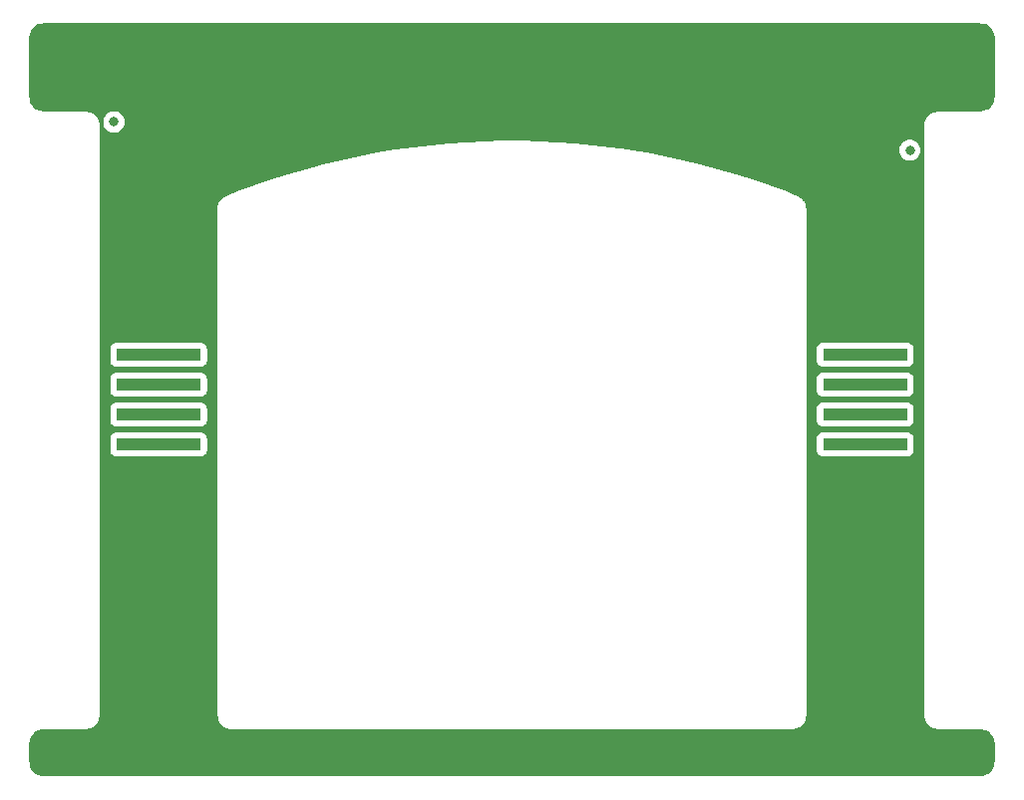
<source format=gbr>
G04 #@! TF.GenerationSoftware,KiCad,Pcbnew,7.0.8*
G04 #@! TF.CreationDate,2023-11-05T16:12:15+01:00*
G04 #@! TF.ProjectId,Front,46726f6e-742e-46b6-9963-61645f706362,rev?*
G04 #@! TF.SameCoordinates,Original*
G04 #@! TF.FileFunction,Copper,L2,Bot*
G04 #@! TF.FilePolarity,Positive*
%FSLAX46Y46*%
G04 Gerber Fmt 4.6, Leading zero omitted, Abs format (unit mm)*
G04 Created by KiCad (PCBNEW 7.0.8) date 2023-11-05 16:12:15*
%MOMM*%
%LPD*%
G01*
G04 APERTURE LIST*
G04 #@! TA.AperFunction,SMDPad,CuDef*
%ADD10R,7.200000X1.000000*%
G04 #@! TD*
G04 #@! TA.AperFunction,ViaPad*
%ADD11C,0.800000*%
G04 #@! TD*
G04 APERTURE END LIST*
D10*
X100000000Y-96190000D03*
X100000000Y-98730000D03*
X100000000Y-101270000D03*
X100000000Y-103810000D03*
X160000000Y-96190000D03*
X160000000Y-98730000D03*
X160000000Y-101270000D03*
X160000000Y-103810000D03*
D11*
X163800000Y-78800000D03*
X96200000Y-76400000D03*
G04 #@! TA.AperFunction,NonConductor*
G36*
X169706578Y-68006598D02*
G01*
X169711020Y-68006889D01*
X169918851Y-68028097D01*
X169924867Y-68029011D01*
X169928545Y-68029755D01*
X169938610Y-68031794D01*
X170214879Y-68096206D01*
X170235438Y-68102938D01*
X170402697Y-68174414D01*
X170422481Y-68185084D01*
X170443316Y-68198895D01*
X170585067Y-68295695D01*
X170613110Y-68322085D01*
X170815219Y-68582583D01*
X170834917Y-68619478D01*
X170951733Y-68970885D01*
X170956809Y-68992405D01*
X170985119Y-69189887D01*
X170985634Y-69194946D01*
X170987511Y-69226005D01*
X170999300Y-69484645D01*
X170999500Y-69500029D01*
X170999500Y-73999988D01*
X170993399Y-74206580D01*
X170993106Y-74211045D01*
X170971903Y-74418841D01*
X170970989Y-74424858D01*
X170968198Y-74438638D01*
X170903795Y-74714868D01*
X170897059Y-74735440D01*
X170825582Y-74902701D01*
X170814911Y-74922487D01*
X170801091Y-74943334D01*
X170704301Y-75085070D01*
X170677911Y-75113112D01*
X170417415Y-75315219D01*
X170380520Y-75334917D01*
X170029112Y-75451734D01*
X170007591Y-75456810D01*
X169810110Y-75485119D01*
X169805051Y-75485634D01*
X169773989Y-75487512D01*
X169515355Y-75499300D01*
X169499971Y-75499500D01*
X166510334Y-75499500D01*
X166507618Y-75499275D01*
X166499980Y-75499500D01*
X166497697Y-75499500D01*
X166496480Y-75499602D01*
X166474905Y-75500239D01*
X166294946Y-75505551D01*
X166292974Y-75505492D01*
X166292775Y-75505511D01*
X166289487Y-75505729D01*
X166289395Y-75505732D01*
X166287495Y-75506036D01*
X166171002Y-75517923D01*
X166143123Y-75512736D01*
X166093931Y-75524206D01*
X166089779Y-75524692D01*
X166089849Y-75525040D01*
X166080801Y-75526848D01*
X166078429Y-75527208D01*
X166075560Y-75527902D01*
X165870332Y-75569475D01*
X165867982Y-75569829D01*
X165866382Y-75570231D01*
X165864168Y-75571014D01*
X165774015Y-75598120D01*
X165769430Y-75599309D01*
X165765354Y-75600202D01*
X165758632Y-75602381D01*
X165715109Y-75612528D01*
X165710319Y-75619587D01*
X165680219Y-75637892D01*
X165587022Y-75677718D01*
X165586432Y-75677959D01*
X165585851Y-75678358D01*
X165421068Y-75787589D01*
X165419100Y-75788801D01*
X165417377Y-75790367D01*
X165400244Y-75804842D01*
X165398435Y-75806267D01*
X165396938Y-75808011D01*
X165264590Y-75951955D01*
X165264532Y-75952008D01*
X165264536Y-75952011D01*
X165256962Y-75960239D01*
X165251094Y-75969763D01*
X165251093Y-75969762D01*
X165251058Y-75969831D01*
X165171504Y-76098830D01*
X165171316Y-76099112D01*
X165171207Y-76099407D01*
X165094513Y-76285127D01*
X165093684Y-76286983D01*
X165093232Y-76289012D01*
X165044055Y-76481370D01*
X165043289Y-76483925D01*
X165043017Y-76486561D01*
X165014034Y-76688731D01*
X165013571Y-76691035D01*
X165013305Y-76693654D01*
X165013298Y-76695993D01*
X165008927Y-76768284D01*
X165001132Y-76897208D01*
X165001011Y-76899202D01*
X165000808Y-76900784D01*
X165000754Y-76903380D01*
X165000754Y-76903381D01*
X165000752Y-76903476D01*
X165000748Y-76903555D01*
X165000614Y-76906198D01*
X165000696Y-76907724D01*
X164999545Y-76996487D01*
X164999500Y-76997151D01*
X164999500Y-77000015D01*
X164999337Y-77012697D01*
X164999500Y-77014132D01*
X164999500Y-126490822D01*
X164999305Y-126493480D01*
X164999500Y-126500014D01*
X164999500Y-126502925D01*
X164999622Y-126504206D01*
X165005573Y-126705757D01*
X165005533Y-126707876D01*
X165005719Y-126710707D01*
X165006069Y-126712824D01*
X165006114Y-126713256D01*
X165027090Y-126918836D01*
X165027223Y-126921379D01*
X165027473Y-126923008D01*
X165028110Y-126925459D01*
X165069517Y-127129874D01*
X165069967Y-127132792D01*
X165070131Y-127133442D01*
X165071129Y-127136210D01*
X165091518Y-127204025D01*
X165094135Y-127212729D01*
X165098119Y-127225978D01*
X165098781Y-127228530D01*
X165099917Y-127230913D01*
X165177723Y-127412987D01*
X165177956Y-127413558D01*
X165178360Y-127414149D01*
X165256301Y-127531727D01*
X165268640Y-127571645D01*
X165294522Y-127591726D01*
X165297567Y-127594644D01*
X165304569Y-127600147D01*
X165308220Y-127603252D01*
X165425590Y-127711167D01*
X165454603Y-127737842D01*
X165460233Y-127743032D01*
X165460275Y-127743058D01*
X165460278Y-127743060D01*
X165460280Y-127743060D01*
X165461420Y-127743753D01*
X165518694Y-127779074D01*
X165547364Y-127810944D01*
X165579212Y-127821531D01*
X165616108Y-127841229D01*
X165640089Y-127859835D01*
X165661561Y-127857512D01*
X165686957Y-127864945D01*
X165785049Y-127905452D01*
X165786892Y-127906278D01*
X165788776Y-127906706D01*
X165981147Y-127955886D01*
X165986469Y-127957505D01*
X165990474Y-127958922D01*
X165997406Y-127960549D01*
X166039683Y-127974603D01*
X166047928Y-127970838D01*
X166083167Y-127970831D01*
X166113574Y-127975189D01*
X166131106Y-127983187D01*
X166176185Y-127985242D01*
X166179831Y-127985819D01*
X166189317Y-127986318D01*
X166193551Y-127986746D01*
X166196505Y-127986730D01*
X166393366Y-127998634D01*
X166397208Y-127999179D01*
X166401841Y-127999228D01*
X166405117Y-127999349D01*
X166410271Y-127999675D01*
X166414236Y-127999385D01*
X166486273Y-128000321D01*
X166487728Y-128000500D01*
X166500015Y-128000500D01*
X166500092Y-128000501D01*
X166500092Y-128000500D01*
X166510497Y-128000637D01*
X166510493Y-128000931D01*
X166514986Y-128000683D01*
X166587732Y-128003999D01*
X166605031Y-128000500D01*
X169499988Y-128000500D01*
X169706578Y-128006598D01*
X169711020Y-128006889D01*
X169918851Y-128028097D01*
X169924867Y-128029011D01*
X169928545Y-128029755D01*
X169938610Y-128031794D01*
X170214879Y-128096206D01*
X170235438Y-128102938D01*
X170402697Y-128174414D01*
X170422481Y-128185084D01*
X170443316Y-128198895D01*
X170585067Y-128295695D01*
X170613110Y-128322085D01*
X170815219Y-128582583D01*
X170834917Y-128619478D01*
X170951733Y-128970885D01*
X170956809Y-128992405D01*
X170985119Y-129189887D01*
X170985634Y-129194946D01*
X170987511Y-129226005D01*
X170999300Y-129484645D01*
X170999500Y-129500029D01*
X170999500Y-130499988D01*
X170993399Y-130706580D01*
X170993106Y-130711045D01*
X170971903Y-130918841D01*
X170970989Y-130924858D01*
X170968198Y-130938638D01*
X170903795Y-131214868D01*
X170897059Y-131235440D01*
X170825582Y-131402701D01*
X170814911Y-131422487D01*
X170801091Y-131443334D01*
X170704301Y-131585070D01*
X170677911Y-131613112D01*
X170417415Y-131815219D01*
X170380520Y-131834917D01*
X170029112Y-131951734D01*
X170007591Y-131956810D01*
X169810110Y-131985119D01*
X169805051Y-131985634D01*
X169773989Y-131987512D01*
X169515355Y-131999300D01*
X169499971Y-131999500D01*
X90500029Y-131999500D01*
X90484645Y-131999300D01*
X90226005Y-131987511D01*
X90194946Y-131985634D01*
X90189887Y-131985119D01*
X89992405Y-131956809D01*
X89970885Y-131951733D01*
X89619478Y-131834917D01*
X89582583Y-131815219D01*
X89322085Y-131613110D01*
X89295695Y-131585067D01*
X89198895Y-131443316D01*
X89185084Y-131422481D01*
X89174414Y-131402697D01*
X89102940Y-131235443D01*
X89096206Y-131214879D01*
X89031794Y-130938610D01*
X89029011Y-130924867D01*
X89028097Y-130918850D01*
X89028096Y-130918841D01*
X89006889Y-130711020D01*
X89006598Y-130706577D01*
X89000500Y-130499987D01*
X89000500Y-129500029D01*
X89000502Y-129499819D01*
X89000699Y-129484637D01*
X89012486Y-129225981D01*
X89014364Y-129194941D01*
X89014876Y-129189902D01*
X89043189Y-128992405D01*
X89048261Y-128970900D01*
X89165084Y-128619471D01*
X89184774Y-128582591D01*
X89386893Y-128322080D01*
X89414927Y-128295698D01*
X89556720Y-128198868D01*
X89577521Y-128185079D01*
X89597292Y-128174417D01*
X89764569Y-128102934D01*
X89785110Y-128096209D01*
X90061386Y-128031794D01*
X90071641Y-128029717D01*
X90075141Y-128029009D01*
X90081135Y-128028097D01*
X90288981Y-128006889D01*
X90293414Y-128006598D01*
X90500012Y-128000500D01*
X93394968Y-128000500D01*
X93407607Y-128004211D01*
X93485010Y-128000683D01*
X93489506Y-128000929D01*
X93489503Y-128000637D01*
X93499907Y-128000500D01*
X93499908Y-128000501D01*
X93499985Y-128000500D01*
X93500099Y-128000500D01*
X93516156Y-128000500D01*
X93517638Y-128000270D01*
X93586772Y-127999372D01*
X93590638Y-127999623D01*
X93594864Y-127999352D01*
X93598191Y-127999228D01*
X93603623Y-127999171D01*
X93607597Y-127998575D01*
X93803724Y-127986716D01*
X93806772Y-127986721D01*
X93810768Y-127986315D01*
X93820887Y-127985790D01*
X93824401Y-127985214D01*
X93860423Y-127983572D01*
X93886421Y-127975190D01*
X93916824Y-127970832D01*
X93955069Y-127976346D01*
X94002508Y-127960577D01*
X94009870Y-127958857D01*
X94013297Y-127957613D01*
X94019086Y-127955826D01*
X94211355Y-127906671D01*
X94213160Y-127906258D01*
X94214984Y-127905437D01*
X94313042Y-127864945D01*
X94313047Y-127864943D01*
X94359729Y-127859974D01*
X94383890Y-127841230D01*
X94420785Y-127821532D01*
X94450727Y-127811578D01*
X94458769Y-127796876D01*
X94481294Y-127779080D01*
X94537244Y-127744575D01*
X94539716Y-127743061D01*
X94539721Y-127743060D01*
X94539724Y-127743056D01*
X94539763Y-127743033D01*
X94539795Y-127743002D01*
X94539802Y-127742999D01*
X94539806Y-127742992D01*
X94541360Y-127741551D01*
X94691760Y-127603269D01*
X94695463Y-127600125D01*
X94702992Y-127594224D01*
X94705941Y-127591365D01*
X94731061Y-127571875D01*
X94734898Y-127547345D01*
X94743692Y-127531735D01*
X94821687Y-127414072D01*
X94822007Y-127413607D01*
X94822013Y-127413602D01*
X94822015Y-127413595D01*
X94822040Y-127413560D01*
X94822059Y-127413513D01*
X94822063Y-127413508D01*
X94822064Y-127413501D01*
X94822318Y-127412885D01*
X94827334Y-127401149D01*
X94899993Y-127231120D01*
X94901248Y-127228513D01*
X94901964Y-127225699D01*
X94905139Y-127215138D01*
X94928773Y-127136524D01*
X94930024Y-127133116D01*
X94930562Y-127129467D01*
X94953502Y-127016225D01*
X94971968Y-126925063D01*
X94972767Y-126921903D01*
X94972927Y-126918641D01*
X94993419Y-126717820D01*
X94994218Y-126713256D01*
X94994268Y-126711346D01*
X94994542Y-126707175D01*
X94994455Y-126704723D01*
X95000125Y-126512688D01*
X95000500Y-126509841D01*
X95000500Y-126500014D01*
X95000694Y-126493480D01*
X95000500Y-126490822D01*
X95000500Y-104357870D01*
X95899500Y-104357870D01*
X95899501Y-104357876D01*
X95905908Y-104417483D01*
X95956202Y-104552328D01*
X95956206Y-104552335D01*
X96042452Y-104667544D01*
X96042455Y-104667547D01*
X96157664Y-104753793D01*
X96157671Y-104753797D01*
X96292517Y-104804091D01*
X96292516Y-104804091D01*
X96299444Y-104804835D01*
X96352127Y-104810500D01*
X103647872Y-104810499D01*
X103707483Y-104804091D01*
X103842331Y-104753796D01*
X103957546Y-104667546D01*
X104043796Y-104552331D01*
X104094091Y-104417483D01*
X104100500Y-104357873D01*
X104100499Y-103262128D01*
X104094091Y-103202517D01*
X104043796Y-103067669D01*
X104043795Y-103067668D01*
X104043793Y-103067664D01*
X103957547Y-102952455D01*
X103957544Y-102952452D01*
X103842335Y-102866206D01*
X103842328Y-102866202D01*
X103707482Y-102815908D01*
X103707483Y-102815908D01*
X103647883Y-102809501D01*
X103647881Y-102809500D01*
X103647873Y-102809500D01*
X103647864Y-102809500D01*
X96352129Y-102809500D01*
X96352123Y-102809501D01*
X96292516Y-102815908D01*
X96157671Y-102866202D01*
X96157664Y-102866206D01*
X96042455Y-102952452D01*
X96042452Y-102952455D01*
X95956206Y-103067664D01*
X95956202Y-103067671D01*
X95905908Y-103202517D01*
X95899501Y-103262116D01*
X95899501Y-103262123D01*
X95899500Y-103262135D01*
X95899500Y-104357870D01*
X95000500Y-104357870D01*
X95000500Y-101817870D01*
X95899500Y-101817870D01*
X95899501Y-101817876D01*
X95905908Y-101877483D01*
X95956202Y-102012328D01*
X95956206Y-102012335D01*
X96042452Y-102127544D01*
X96042455Y-102127547D01*
X96157664Y-102213793D01*
X96157671Y-102213797D01*
X96292517Y-102264091D01*
X96292516Y-102264091D01*
X96299444Y-102264835D01*
X96352127Y-102270500D01*
X103647872Y-102270499D01*
X103707483Y-102264091D01*
X103842331Y-102213796D01*
X103957546Y-102127546D01*
X104043796Y-102012331D01*
X104094091Y-101877483D01*
X104100500Y-101817873D01*
X104100499Y-100722128D01*
X104094091Y-100662517D01*
X104043796Y-100527669D01*
X104043795Y-100527668D01*
X104043793Y-100527664D01*
X103957547Y-100412455D01*
X103957544Y-100412452D01*
X103842335Y-100326206D01*
X103842328Y-100326202D01*
X103707482Y-100275908D01*
X103707483Y-100275908D01*
X103647883Y-100269501D01*
X103647881Y-100269500D01*
X103647873Y-100269500D01*
X103647864Y-100269500D01*
X96352129Y-100269500D01*
X96352123Y-100269501D01*
X96292516Y-100275908D01*
X96157671Y-100326202D01*
X96157664Y-100326206D01*
X96042455Y-100412452D01*
X96042452Y-100412455D01*
X95956206Y-100527664D01*
X95956202Y-100527671D01*
X95905908Y-100662517D01*
X95899501Y-100722116D01*
X95899501Y-100722123D01*
X95899500Y-100722135D01*
X95899500Y-101817870D01*
X95000500Y-101817870D01*
X95000500Y-99277870D01*
X95899500Y-99277870D01*
X95899501Y-99277876D01*
X95905908Y-99337483D01*
X95956202Y-99472328D01*
X95956206Y-99472335D01*
X96042452Y-99587544D01*
X96042455Y-99587547D01*
X96157664Y-99673793D01*
X96157671Y-99673797D01*
X96292517Y-99724091D01*
X96292516Y-99724091D01*
X96299444Y-99724835D01*
X96352127Y-99730500D01*
X103647872Y-99730499D01*
X103707483Y-99724091D01*
X103842331Y-99673796D01*
X103957546Y-99587546D01*
X104043796Y-99472331D01*
X104094091Y-99337483D01*
X104100500Y-99277873D01*
X104100499Y-98182128D01*
X104094091Y-98122517D01*
X104043796Y-97987669D01*
X104043795Y-97987668D01*
X104043793Y-97987664D01*
X103957547Y-97872455D01*
X103957544Y-97872452D01*
X103842335Y-97786206D01*
X103842328Y-97786202D01*
X103707482Y-97735908D01*
X103707483Y-97735908D01*
X103647883Y-97729501D01*
X103647881Y-97729500D01*
X103647873Y-97729500D01*
X103647864Y-97729500D01*
X96352129Y-97729500D01*
X96352123Y-97729501D01*
X96292516Y-97735908D01*
X96157671Y-97786202D01*
X96157664Y-97786206D01*
X96042455Y-97872452D01*
X96042452Y-97872455D01*
X95956206Y-97987664D01*
X95956202Y-97987671D01*
X95905908Y-98122517D01*
X95899501Y-98182116D01*
X95899501Y-98182123D01*
X95899500Y-98182135D01*
X95899500Y-99277870D01*
X95000500Y-99277870D01*
X95000500Y-96737870D01*
X95899500Y-96737870D01*
X95899501Y-96737876D01*
X95905908Y-96797483D01*
X95956202Y-96932328D01*
X95956206Y-96932335D01*
X96042452Y-97047544D01*
X96042455Y-97047547D01*
X96157664Y-97133793D01*
X96157671Y-97133797D01*
X96292517Y-97184091D01*
X96292516Y-97184091D01*
X96299444Y-97184835D01*
X96352127Y-97190500D01*
X103647872Y-97190499D01*
X103707483Y-97184091D01*
X103842331Y-97133796D01*
X103957546Y-97047546D01*
X104043796Y-96932331D01*
X104094091Y-96797483D01*
X104100500Y-96737873D01*
X104100499Y-95642128D01*
X104094091Y-95582517D01*
X104043796Y-95447669D01*
X104043795Y-95447668D01*
X104043793Y-95447664D01*
X103957547Y-95332455D01*
X103957544Y-95332452D01*
X103842335Y-95246206D01*
X103842328Y-95246202D01*
X103707482Y-95195908D01*
X103707483Y-95195908D01*
X103647883Y-95189501D01*
X103647881Y-95189500D01*
X103647873Y-95189500D01*
X103647864Y-95189500D01*
X96352129Y-95189500D01*
X96352123Y-95189501D01*
X96292516Y-95195908D01*
X96157671Y-95246202D01*
X96157664Y-95246206D01*
X96042455Y-95332452D01*
X96042452Y-95332455D01*
X95956206Y-95447664D01*
X95956202Y-95447671D01*
X95905908Y-95582517D01*
X95899501Y-95642116D01*
X95899501Y-95642123D01*
X95899500Y-95642135D01*
X95899500Y-96737870D01*
X95000500Y-96737870D01*
X95000500Y-84017440D01*
X104999235Y-84017440D01*
X104999500Y-84020250D01*
X104999500Y-126490307D01*
X104999391Y-126491705D01*
X104999500Y-126499981D01*
X104999500Y-126507911D01*
X104999620Y-126509289D01*
X105000701Y-126592671D01*
X105000630Y-126594158D01*
X105000752Y-126596526D01*
X105000877Y-126602564D01*
X105001312Y-126605786D01*
X105013310Y-126804203D01*
X105013325Y-126806597D01*
X105013593Y-126809224D01*
X105014078Y-126811576D01*
X105043031Y-127013537D01*
X105043314Y-127016225D01*
X105044113Y-127018855D01*
X105093253Y-127211067D01*
X105093708Y-127213093D01*
X105094574Y-127215017D01*
X105171179Y-127400523D01*
X105171193Y-127400556D01*
X105171317Y-127400887D01*
X105171489Y-127401143D01*
X105255525Y-127537409D01*
X105256962Y-127539758D01*
X105256997Y-127539796D01*
X105257001Y-127539802D01*
X105257006Y-127539805D01*
X105258416Y-127541328D01*
X105396990Y-127692044D01*
X105398493Y-127693790D01*
X105400352Y-127695247D01*
X105410301Y-127703652D01*
X105417286Y-127709553D01*
X105419161Y-127711262D01*
X105421336Y-127712586D01*
X105585827Y-127821622D01*
X105586394Y-127822009D01*
X105586397Y-127822013D01*
X105586400Y-127822014D01*
X105586438Y-127822040D01*
X105586485Y-127822059D01*
X105586491Y-127822063D01*
X105586497Y-127822064D01*
X105586925Y-127822238D01*
X105680233Y-127862112D01*
X105709369Y-127886132D01*
X105758239Y-127897526D01*
X105765445Y-127899896D01*
X105769039Y-127900637D01*
X105774360Y-127901982D01*
X105863787Y-127928868D01*
X105867122Y-127930071D01*
X105867157Y-127930079D01*
X105870649Y-127930586D01*
X106075219Y-127972025D01*
X106079004Y-127972963D01*
X106081610Y-127973356D01*
X106091319Y-127975418D01*
X106091284Y-127975578D01*
X106094580Y-127975942D01*
X106131507Y-127984551D01*
X106132043Y-127984259D01*
X106170965Y-127982071D01*
X106286950Y-127993906D01*
X106289340Y-127994310D01*
X106293140Y-127994558D01*
X106295542Y-127994463D01*
X106489145Y-128000179D01*
X106491892Y-128000500D01*
X106499901Y-128000500D01*
X106499980Y-128000500D01*
X106507618Y-128000724D01*
X106510334Y-128000500D01*
X153489666Y-128000500D01*
X153492381Y-128000724D01*
X153500020Y-128000500D01*
X153509842Y-128000500D01*
X153512689Y-128000125D01*
X153705137Y-127994443D01*
X153707909Y-127994523D01*
X153710699Y-127994335D01*
X153713335Y-127993876D01*
X153829040Y-127982070D01*
X153856905Y-127987253D01*
X153905446Y-127975936D01*
X153909175Y-127975524D01*
X153909116Y-127975232D01*
X153918905Y-127973223D01*
X153922688Y-127972647D01*
X153925818Y-127971814D01*
X154129475Y-127930560D01*
X154133114Y-127930024D01*
X154136518Y-127928775D01*
X154225761Y-127901945D01*
X154230826Y-127900653D01*
X154235408Y-127899687D01*
X154242169Y-127897430D01*
X154284868Y-127887474D01*
X154289652Y-127880425D01*
X154319754Y-127862116D01*
X154413044Y-127822249D01*
X154413502Y-127822064D01*
X154413508Y-127822063D01*
X154413512Y-127822059D01*
X154413559Y-127822041D01*
X154413597Y-127822014D01*
X154413601Y-127822013D01*
X154413603Y-127822009D01*
X154413981Y-127821749D01*
X154578349Y-127712792D01*
X154580798Y-127711320D01*
X154582860Y-127709427D01*
X154599540Y-127695337D01*
X154601462Y-127693838D01*
X154602984Y-127692070D01*
X154741553Y-127541359D01*
X154742990Y-127539808D01*
X154742999Y-127539802D01*
X154743004Y-127539793D01*
X154743035Y-127539760D01*
X154743056Y-127539724D01*
X154743060Y-127539721D01*
X154743061Y-127539716D01*
X154744548Y-127537289D01*
X154828507Y-127401149D01*
X154828645Y-127400938D01*
X154828650Y-127400934D01*
X154828652Y-127400928D01*
X154828682Y-127400883D01*
X154828699Y-127400837D01*
X154828704Y-127400830D01*
X154828705Y-127400820D01*
X154828806Y-127400556D01*
X154905384Y-127215111D01*
X154906253Y-127213192D01*
X154906678Y-127211328D01*
X154955826Y-127019086D01*
X154956715Y-127016205D01*
X154957012Y-127013229D01*
X154985854Y-126812026D01*
X154986487Y-126809073D01*
X154986721Y-126806772D01*
X154986716Y-126803724D01*
X154998575Y-126607597D01*
X154999171Y-126603623D01*
X154999228Y-126598191D01*
X154999352Y-126594864D01*
X154999623Y-126590638D01*
X154999372Y-126586772D01*
X155000270Y-126517638D01*
X155000500Y-126516156D01*
X155000500Y-126499985D01*
X155000608Y-126491724D01*
X155000500Y-126490317D01*
X155000500Y-104357870D01*
X155899500Y-104357870D01*
X155899501Y-104357876D01*
X155905908Y-104417483D01*
X155956202Y-104552328D01*
X155956206Y-104552335D01*
X156042452Y-104667544D01*
X156042455Y-104667547D01*
X156157664Y-104753793D01*
X156157671Y-104753797D01*
X156292517Y-104804091D01*
X156292516Y-104804091D01*
X156299444Y-104804835D01*
X156352127Y-104810500D01*
X163647872Y-104810499D01*
X163707483Y-104804091D01*
X163842331Y-104753796D01*
X163957546Y-104667546D01*
X164043796Y-104552331D01*
X164094091Y-104417483D01*
X164100500Y-104357873D01*
X164100499Y-103262128D01*
X164094091Y-103202517D01*
X164043796Y-103067669D01*
X164043795Y-103067668D01*
X164043793Y-103067664D01*
X163957547Y-102952455D01*
X163957544Y-102952452D01*
X163842335Y-102866206D01*
X163842328Y-102866202D01*
X163707482Y-102815908D01*
X163707483Y-102815908D01*
X163647883Y-102809501D01*
X163647881Y-102809500D01*
X163647873Y-102809500D01*
X163647864Y-102809500D01*
X156352129Y-102809500D01*
X156352123Y-102809501D01*
X156292516Y-102815908D01*
X156157671Y-102866202D01*
X156157664Y-102866206D01*
X156042455Y-102952452D01*
X156042452Y-102952455D01*
X155956206Y-103067664D01*
X155956202Y-103067671D01*
X155905908Y-103202517D01*
X155899501Y-103262116D01*
X155899501Y-103262123D01*
X155899500Y-103262135D01*
X155899500Y-104357870D01*
X155000500Y-104357870D01*
X155000500Y-101817870D01*
X155899500Y-101817870D01*
X155899501Y-101817876D01*
X155905908Y-101877483D01*
X155956202Y-102012328D01*
X155956206Y-102012335D01*
X156042452Y-102127544D01*
X156042455Y-102127547D01*
X156157664Y-102213793D01*
X156157671Y-102213797D01*
X156292517Y-102264091D01*
X156292516Y-102264091D01*
X156299444Y-102264835D01*
X156352127Y-102270500D01*
X163647872Y-102270499D01*
X163707483Y-102264091D01*
X163842331Y-102213796D01*
X163957546Y-102127546D01*
X164043796Y-102012331D01*
X164094091Y-101877483D01*
X164100500Y-101817873D01*
X164100499Y-100722128D01*
X164094091Y-100662517D01*
X164043796Y-100527669D01*
X164043795Y-100527668D01*
X164043793Y-100527664D01*
X163957547Y-100412455D01*
X163957544Y-100412452D01*
X163842335Y-100326206D01*
X163842328Y-100326202D01*
X163707482Y-100275908D01*
X163707483Y-100275908D01*
X163647883Y-100269501D01*
X163647881Y-100269500D01*
X163647873Y-100269500D01*
X163647864Y-100269500D01*
X156352129Y-100269500D01*
X156352123Y-100269501D01*
X156292516Y-100275908D01*
X156157671Y-100326202D01*
X156157664Y-100326206D01*
X156042455Y-100412452D01*
X156042452Y-100412455D01*
X155956206Y-100527664D01*
X155956202Y-100527671D01*
X155905908Y-100662517D01*
X155899501Y-100722116D01*
X155899501Y-100722123D01*
X155899500Y-100722135D01*
X155899500Y-101817870D01*
X155000500Y-101817870D01*
X155000500Y-99277870D01*
X155899500Y-99277870D01*
X155899501Y-99277876D01*
X155905908Y-99337483D01*
X155956202Y-99472328D01*
X155956206Y-99472335D01*
X156042452Y-99587544D01*
X156042455Y-99587547D01*
X156157664Y-99673793D01*
X156157671Y-99673797D01*
X156292517Y-99724091D01*
X156292516Y-99724091D01*
X156299444Y-99724835D01*
X156352127Y-99730500D01*
X163647872Y-99730499D01*
X163707483Y-99724091D01*
X163842331Y-99673796D01*
X163957546Y-99587546D01*
X164043796Y-99472331D01*
X164094091Y-99337483D01*
X164100500Y-99277873D01*
X164100499Y-98182128D01*
X164094091Y-98122517D01*
X164043796Y-97987669D01*
X164043795Y-97987668D01*
X164043793Y-97987664D01*
X163957547Y-97872455D01*
X163957544Y-97872452D01*
X163842335Y-97786206D01*
X163842328Y-97786202D01*
X163707482Y-97735908D01*
X163707483Y-97735908D01*
X163647883Y-97729501D01*
X163647881Y-97729500D01*
X163647873Y-97729500D01*
X163647864Y-97729500D01*
X156352129Y-97729500D01*
X156352123Y-97729501D01*
X156292516Y-97735908D01*
X156157671Y-97786202D01*
X156157664Y-97786206D01*
X156042455Y-97872452D01*
X156042452Y-97872455D01*
X155956206Y-97987664D01*
X155956202Y-97987671D01*
X155905908Y-98122517D01*
X155899501Y-98182116D01*
X155899501Y-98182123D01*
X155899500Y-98182135D01*
X155899500Y-99277870D01*
X155000500Y-99277870D01*
X155000500Y-96737870D01*
X155899500Y-96737870D01*
X155899501Y-96737876D01*
X155905908Y-96797483D01*
X155956202Y-96932328D01*
X155956206Y-96932335D01*
X156042452Y-97047544D01*
X156042455Y-97047547D01*
X156157664Y-97133793D01*
X156157671Y-97133797D01*
X156292517Y-97184091D01*
X156292516Y-97184091D01*
X156299444Y-97184835D01*
X156352127Y-97190500D01*
X163647872Y-97190499D01*
X163707483Y-97184091D01*
X163842331Y-97133796D01*
X163957546Y-97047546D01*
X164043796Y-96932331D01*
X164094091Y-96797483D01*
X164100500Y-96737873D01*
X164100499Y-95642128D01*
X164094091Y-95582517D01*
X164043796Y-95447669D01*
X164043795Y-95447668D01*
X164043793Y-95447664D01*
X163957547Y-95332455D01*
X163957544Y-95332452D01*
X163842335Y-95246206D01*
X163842328Y-95246202D01*
X163707482Y-95195908D01*
X163707483Y-95195908D01*
X163647883Y-95189501D01*
X163647881Y-95189500D01*
X163647873Y-95189500D01*
X163647864Y-95189500D01*
X156352129Y-95189500D01*
X156352123Y-95189501D01*
X156292516Y-95195908D01*
X156157671Y-95246202D01*
X156157664Y-95246206D01*
X156042455Y-95332452D01*
X156042452Y-95332455D01*
X155956206Y-95447664D01*
X155956202Y-95447671D01*
X155905908Y-95582517D01*
X155899501Y-95642116D01*
X155899501Y-95642123D01*
X155899500Y-95642135D01*
X155899500Y-96737870D01*
X155000500Y-96737870D01*
X155000500Y-84020250D01*
X155000764Y-84017440D01*
X155000500Y-84008458D01*
X155000500Y-84000382D01*
X155000178Y-83997631D01*
X154994590Y-83808980D01*
X154994680Y-83806254D01*
X154994502Y-83803694D01*
X154994033Y-83800990D01*
X154971616Y-83597790D01*
X154971441Y-83595425D01*
X154970817Y-83593155D01*
X154922437Y-83389632D01*
X154921836Y-83386293D01*
X154920571Y-83383112D01*
X154910391Y-83353330D01*
X154909617Y-83350683D01*
X154908370Y-83348300D01*
X154826088Y-83175664D01*
X154825978Y-83175361D01*
X154820834Y-83164618D01*
X154820803Y-83164577D01*
X154820802Y-83164574D01*
X154820799Y-83164571D01*
X154814019Y-83155502D01*
X154813550Y-83154991D01*
X154711734Y-83020210D01*
X154711068Y-83019310D01*
X154709671Y-83018065D01*
X154559889Y-82883249D01*
X154558386Y-82881806D01*
X154556666Y-82880695D01*
X154459538Y-82813975D01*
X154457435Y-82812353D01*
X154456201Y-82811589D01*
X154453811Y-82810417D01*
X154415639Y-82789310D01*
X154275795Y-82711982D01*
X154273482Y-82710529D01*
X154272570Y-82710074D01*
X154270029Y-82709074D01*
X154145909Y-82653781D01*
X154139345Y-82648199D01*
X154079424Y-82624179D01*
X154078059Y-82623588D01*
X154077439Y-82623383D01*
X154055305Y-82614511D01*
X154055303Y-82614510D01*
X154055213Y-82614474D01*
X154055212Y-82614474D01*
X154044472Y-82610178D01*
X154044300Y-82610127D01*
X153339905Y-82329516D01*
X151896000Y-81793595D01*
X150439805Y-81292033D01*
X148972136Y-80825110D01*
X147493816Y-80393090D01*
X146005677Y-79996213D01*
X144508553Y-79634704D01*
X143003284Y-79308765D01*
X141490716Y-79018579D01*
X140184922Y-78800000D01*
X162894540Y-78800000D01*
X162914326Y-78988256D01*
X162914327Y-78988259D01*
X162972818Y-79168277D01*
X162972821Y-79168284D01*
X163067467Y-79332216D01*
X163193976Y-79472718D01*
X163194129Y-79472888D01*
X163347265Y-79584148D01*
X163347270Y-79584151D01*
X163520192Y-79661142D01*
X163520197Y-79661144D01*
X163705354Y-79700500D01*
X163705355Y-79700500D01*
X163894644Y-79700500D01*
X163894646Y-79700500D01*
X164079803Y-79661144D01*
X164252730Y-79584151D01*
X164405871Y-79472888D01*
X164532533Y-79332216D01*
X164627179Y-79168284D01*
X164685674Y-78988256D01*
X164705460Y-78800000D01*
X164685674Y-78611744D01*
X164627179Y-78431716D01*
X164532533Y-78267784D01*
X164405871Y-78127112D01*
X164405870Y-78127111D01*
X164252734Y-78015851D01*
X164252729Y-78015848D01*
X164079807Y-77938857D01*
X164079802Y-77938855D01*
X163934001Y-77907865D01*
X163894646Y-77899500D01*
X163705354Y-77899500D01*
X163672897Y-77906398D01*
X163520197Y-77938855D01*
X163520192Y-77938857D01*
X163347270Y-78015848D01*
X163347265Y-78015851D01*
X163194129Y-78127111D01*
X163067466Y-78267785D01*
X162972821Y-78431715D01*
X162972818Y-78431722D01*
X162935656Y-78546097D01*
X162914326Y-78611744D01*
X162894540Y-78800000D01*
X140184922Y-78800000D01*
X139971698Y-78764308D01*
X138447082Y-78546097D01*
X136917724Y-78364066D01*
X135384484Y-78218319D01*
X133848220Y-78108937D01*
X132309797Y-78035981D01*
X130770076Y-77999493D01*
X129229924Y-77999493D01*
X127690203Y-78035981D01*
X126151780Y-78108937D01*
X124615516Y-78218319D01*
X123082276Y-78364066D01*
X121552918Y-78546097D01*
X120028302Y-78764308D01*
X118509284Y-79018579D01*
X116996716Y-79308765D01*
X115491447Y-79634704D01*
X113994323Y-79996213D01*
X112506184Y-80393090D01*
X111027864Y-80825110D01*
X109560195Y-81292033D01*
X108104000Y-81793595D01*
X106660096Y-82329516D01*
X105945047Y-82614370D01*
X105944785Y-82614474D01*
X105922248Y-82623508D01*
X105921515Y-82623755D01*
X105920338Y-82624273D01*
X105917050Y-82625590D01*
X105915350Y-82626489D01*
X105730586Y-82708800D01*
X105728512Y-82709590D01*
X105726265Y-82710712D01*
X105724424Y-82711859D01*
X105546258Y-82810376D01*
X105544257Y-82811353D01*
X105542681Y-82812324D01*
X105540910Y-82813665D01*
X105443315Y-82880704D01*
X105441631Y-82881792D01*
X105440152Y-82883208D01*
X105290897Y-83017552D01*
X105288935Y-83019305D01*
X105286139Y-83023022D01*
X105185882Y-83155739D01*
X105185238Y-83156450D01*
X105179169Y-83164610D01*
X105174549Y-83174178D01*
X105174310Y-83174823D01*
X105091550Y-83348462D01*
X105090421Y-83350634D01*
X105089698Y-83353068D01*
X105079338Y-83383372D01*
X105078360Y-83385863D01*
X105078163Y-83386544D01*
X105077672Y-83389161D01*
X105029141Y-83593316D01*
X105028577Y-83595395D01*
X105028409Y-83597534D01*
X105005913Y-83801456D01*
X105005563Y-83803562D01*
X105005373Y-83806293D01*
X105005425Y-83808419D01*
X104999602Y-84004953D01*
X104999500Y-84006161D01*
X104999500Y-84008458D01*
X104999235Y-84017440D01*
X95000500Y-84017440D01*
X95000500Y-77014124D01*
X95000663Y-77012676D01*
X95000500Y-77000014D01*
X95000500Y-76987728D01*
X95000321Y-76986273D01*
X94999619Y-76932214D01*
X94999385Y-76914236D01*
X94999675Y-76910271D01*
X94999349Y-76905117D01*
X94999228Y-76901841D01*
X94999179Y-76897208D01*
X94998634Y-76893366D01*
X94986730Y-76696505D01*
X94986746Y-76693551D01*
X94986510Y-76691221D01*
X94985902Y-76688305D01*
X94957029Y-76486892D01*
X94956744Y-76483969D01*
X94955886Y-76481147D01*
X94935141Y-76400000D01*
X95294540Y-76400000D01*
X95314326Y-76588256D01*
X95314327Y-76588259D01*
X95372818Y-76768277D01*
X95372821Y-76768284D01*
X95467467Y-76932216D01*
X95528583Y-77000092D01*
X95594129Y-77072888D01*
X95747265Y-77184148D01*
X95747270Y-77184151D01*
X95920192Y-77261142D01*
X95920197Y-77261144D01*
X96105354Y-77300500D01*
X96105355Y-77300500D01*
X96294644Y-77300500D01*
X96294646Y-77300500D01*
X96479803Y-77261144D01*
X96652730Y-77184151D01*
X96805871Y-77072888D01*
X96932533Y-76932216D01*
X97027179Y-76768284D01*
X97085674Y-76588256D01*
X97105460Y-76400000D01*
X97085674Y-76211744D01*
X97027179Y-76031716D01*
X96932533Y-75867784D01*
X96805871Y-75727112D01*
X96805870Y-75727111D01*
X96652734Y-75615851D01*
X96652729Y-75615848D01*
X96479807Y-75538857D01*
X96479802Y-75538855D01*
X96325396Y-75506036D01*
X96294646Y-75499500D01*
X96105354Y-75499500D01*
X96074604Y-75506036D01*
X95920197Y-75538855D01*
X95920192Y-75538857D01*
X95747270Y-75615848D01*
X95747265Y-75615851D01*
X95594129Y-75727111D01*
X95467466Y-75867785D01*
X95372821Y-76031715D01*
X95372818Y-76031722D01*
X95314327Y-76211740D01*
X95314326Y-76211744D01*
X95294540Y-76400000D01*
X94935141Y-76400000D01*
X94906706Y-76288776D01*
X94906278Y-76286892D01*
X94905452Y-76285049D01*
X94828795Y-76099418D01*
X94828704Y-76099174D01*
X94828704Y-76099170D01*
X94828701Y-76099166D01*
X94828683Y-76099116D01*
X94828465Y-76098782D01*
X94743753Y-75961420D01*
X94743060Y-75960280D01*
X94743060Y-75960278D01*
X94743058Y-75960275D01*
X94743032Y-75960233D01*
X94737842Y-75954603D01*
X94735407Y-75951955D01*
X94603252Y-75808220D01*
X94601640Y-75806324D01*
X94599729Y-75804820D01*
X94583027Y-75790712D01*
X94580967Y-75788808D01*
X94578591Y-75787366D01*
X94414149Y-75678360D01*
X94413560Y-75677957D01*
X94412986Y-75677723D01*
X94319774Y-75637890D01*
X94290637Y-75613869D01*
X94241453Y-75602402D01*
X94234777Y-75600231D01*
X94230570Y-75599310D01*
X94225983Y-75598120D01*
X94204025Y-75591518D01*
X94136210Y-75571129D01*
X94133442Y-75570131D01*
X94132792Y-75569967D01*
X94129874Y-75569517D01*
X93925459Y-75528110D01*
X93923008Y-75527473D01*
X93919721Y-75526970D01*
X93909490Y-75525004D01*
X93868456Y-75515437D01*
X93867903Y-75515739D01*
X93829000Y-75517923D01*
X93712824Y-75506069D01*
X93710707Y-75505719D01*
X93707876Y-75505533D01*
X93705757Y-75505573D01*
X93504206Y-75499622D01*
X93502925Y-75499500D01*
X93500099Y-75499500D01*
X93500020Y-75499500D01*
X93492381Y-75499275D01*
X93489666Y-75499500D01*
X90500029Y-75499500D01*
X90484645Y-75499300D01*
X90226005Y-75487511D01*
X90194946Y-75485634D01*
X90189887Y-75485119D01*
X89992405Y-75456809D01*
X89970885Y-75451733D01*
X89619478Y-75334917D01*
X89582583Y-75315219D01*
X89322085Y-75113110D01*
X89295695Y-75085067D01*
X89198895Y-74943316D01*
X89185084Y-74922481D01*
X89174414Y-74902697D01*
X89102940Y-74735443D01*
X89096206Y-74714879D01*
X89031794Y-74438610D01*
X89029011Y-74424867D01*
X89028097Y-74418850D01*
X89028096Y-74418841D01*
X89006889Y-74211020D01*
X89006598Y-74206577D01*
X89000500Y-73999987D01*
X89000500Y-69500029D01*
X89000502Y-69499819D01*
X89000699Y-69484637D01*
X89012486Y-69225981D01*
X89014364Y-69194941D01*
X89014876Y-69189902D01*
X89043189Y-68992405D01*
X89048261Y-68970900D01*
X89165084Y-68619471D01*
X89184774Y-68582591D01*
X89386893Y-68322080D01*
X89414927Y-68295698D01*
X89556720Y-68198868D01*
X89577521Y-68185079D01*
X89597292Y-68174417D01*
X89764569Y-68102934D01*
X89785110Y-68096209D01*
X90061386Y-68031794D01*
X90071641Y-68029717D01*
X90075141Y-68029009D01*
X90081135Y-68028097D01*
X90288981Y-68006889D01*
X90293414Y-68006598D01*
X90500012Y-68000500D01*
X169499988Y-68000500D01*
X169706578Y-68006598D01*
G37*
G04 #@! TD.AperFunction*
M02*

</source>
